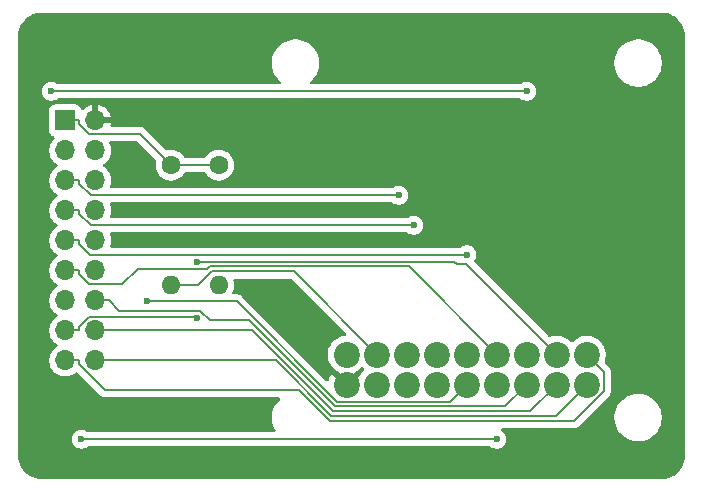
<source format=gbr>
%TF.GenerationSoftware,KiCad,Pcbnew,9.0.0*%
%TF.CreationDate,2025-03-24T14:10:48-05:00*%
%TF.ProjectId,DIIN-proyecto,4449494e-2d70-4726-9f79-6563746f2e6b,rev?*%
%TF.SameCoordinates,Original*%
%TF.FileFunction,Copper,L1,Top*%
%TF.FilePolarity,Positive*%
%FSLAX46Y46*%
G04 Gerber Fmt 4.6, Leading zero omitted, Abs format (unit mm)*
G04 Created by KiCad (PCBNEW 9.0.0) date 2025-03-24 14:10:48*
%MOMM*%
%LPD*%
G01*
G04 APERTURE LIST*
%TA.AperFunction,ComponentPad*%
%ADD10O,1.700000X1.700000*%
%TD*%
%TA.AperFunction,ComponentPad*%
%ADD11R,1.700000X1.700000*%
%TD*%
%TA.AperFunction,ComponentPad*%
%ADD12O,1.600000X1.600000*%
%TD*%
%TA.AperFunction,ComponentPad*%
%ADD13C,1.600000*%
%TD*%
%TA.AperFunction,ComponentPad*%
%ADD14C,2.200000*%
%TD*%
%TA.AperFunction,ViaPad*%
%ADD15C,0.600000*%
%TD*%
%TA.AperFunction,Conductor*%
%ADD16C,0.200000*%
%TD*%
G04 APERTURE END LIST*
D10*
%TO.P,J1,18,Pin_18*%
%TO.N,PWDN*%
X140040000Y-72950000D03*
%TO.P,J1,17,Pin_17*%
%TO.N,RESET*%
X137500000Y-72950000D03*
%TO.P,J1,16,Pin_16*%
%TO.N,D0*%
X140040000Y-70410000D03*
%TO.P,J1,15,Pin_15*%
%TO.N,D1*%
X137500000Y-70410000D03*
%TO.P,J1,14,Pin_14*%
%TO.N,D2*%
X140040000Y-67870000D03*
%TO.P,J1,13,Pin_13*%
%TO.N,D3*%
X137500000Y-67870000D03*
%TO.P,J1,12,Pin_12*%
%TO.N,D4*%
X140040000Y-65330000D03*
%TO.P,J1,11,Pin_11*%
%TO.N,D5*%
X137500000Y-65330000D03*
%TO.P,J1,10,Pin_10*%
%TO.N,D6*%
X140040000Y-62790000D03*
%TO.P,J1,9,Pin_9*%
%TO.N,D7*%
X137500000Y-62790000D03*
%TO.P,J1,8,Pin_8*%
%TO.N,XCLK*%
X140040000Y-60250000D03*
%TO.P,J1,7,Pin_7*%
%TO.N,PCLK*%
X137500000Y-60250000D03*
%TO.P,J1,6,Pin_6*%
%TO.N,HREF*%
X140040000Y-57710000D03*
%TO.P,J1,5,Pin_5*%
%TO.N,VSYNC*%
X137500000Y-57710000D03*
%TO.P,J1,4,Pin_4*%
%TO.N,SOID*%
X140040000Y-55170000D03*
%TO.P,J1,3,Pin_3*%
%TO.N,SOIC*%
X137500000Y-55170000D03*
%TO.P,J1,2,Pin_2*%
%TO.N,GND*%
X140040000Y-52630000D03*
D11*
%TO.P,J1,1,Pin_1*%
%TO.N,+3.3V*%
X137500000Y-52630000D03*
%TD*%
D12*
%TO.P,R1,2*%
%TO.N,SOID*%
X150500000Y-66580000D03*
D13*
%TO.P,R1,1*%
%TO.N,+3.3V*%
X150500000Y-56420000D03*
%TD*%
D12*
%TO.P,R2,2*%
%TO.N,SOIC*%
X146450000Y-66580000D03*
D13*
%TO.P,R2,1*%
%TO.N,+3.3V*%
X146450000Y-56420000D03*
%TD*%
D14*
%TO.P,U9,1,+3.3V*%
%TO.N,+3.3V*%
X161350000Y-72470000D03*
%TO.P,U9,2,GND*%
%TO.N,GND*%
X161350000Y-75010000D03*
%TO.P,U9,3,SOIC*%
%TO.N,SOIC*%
X163890000Y-72470000D03*
%TO.P,U9,4,SOID*%
%TO.N,SOID*%
X163890000Y-75010000D03*
%TO.P,U9,5,VSYNC*%
%TO.N,VSYNC*%
X166430000Y-72470000D03*
%TO.P,U9,6,HREF*%
%TO.N,HREF*%
X166430000Y-75010000D03*
%TO.P,U9,7,PCLK*%
%TO.N,PCLK*%
X168970000Y-72470000D03*
%TO.P,U9,8,XCLK*%
%TO.N,XCLK*%
X168970000Y-75010000D03*
%TO.P,U9,9,D7*%
%TO.N,D7*%
X171510000Y-72470000D03*
%TO.P,U9,10,D6*%
%TO.N,D6*%
X171510000Y-75010000D03*
%TO.P,U9,11,D5*%
%TO.N,D5*%
X174050000Y-72470000D03*
%TO.P,U9,12,D4*%
%TO.N,D4*%
X174050000Y-75010000D03*
%TO.P,U9,13,D3*%
%TO.N,D3*%
X176590000Y-72470000D03*
%TO.P,U9,14,D2*%
%TO.N,D2*%
X176590000Y-75010000D03*
%TO.P,U9,15,D1*%
%TO.N,D1*%
X179130000Y-72470000D03*
%TO.P,U9,16,D0*%
%TO.N,D0*%
X179130000Y-75010000D03*
%TO.P,U9,17,RESET*%
%TO.N,RESET*%
X181670000Y-72470000D03*
%TO.P,U9,18,PWDN*%
%TO.N,PWDN*%
X181670000Y-75010000D03*
%TD*%
D15*
%TO.N,VSYNC*%
X165746800Y-58980000D03*
%TO.N,D3*%
X176590000Y-50167200D03*
X136319800Y-50167200D03*
%TO.N,D6*%
X144412300Y-67934700D03*
%TO.N,PCLK*%
X167025000Y-61520000D03*
%TO.N,D7*%
X171510000Y-64005900D03*
%TO.N,D4*%
X174050000Y-79622200D03*
X138877100Y-79622200D03*
%TO.N,D1*%
X148691800Y-64607600D03*
X148691700Y-69360600D03*
%TD*%
D16*
%TO.N,RESET*%
X137500000Y-72950000D02*
X138651700Y-72950000D01*
X183090400Y-73890400D02*
X181670000Y-72470000D01*
X183090400Y-75573100D02*
X183090400Y-73890400D01*
X180571200Y-78092300D02*
X183090400Y-75573100D01*
X159895300Y-78092300D02*
X180571200Y-78092300D01*
X157290200Y-75487200D02*
X159895300Y-78092300D01*
X140901000Y-75487200D02*
X157290200Y-75487200D01*
X138651700Y-73237900D02*
X140901000Y-75487200D01*
X138651700Y-72950000D02*
X138651700Y-73237900D01*
%TO.N,VSYNC*%
X137500000Y-57710000D02*
X138651700Y-57710000D01*
X139653200Y-58980000D02*
X165746800Y-58980000D01*
X138651700Y-57978500D02*
X139653200Y-58980000D01*
X138651700Y-57710000D02*
X138651700Y-57978500D01*
%TO.N,D0*%
X176892900Y-77247100D02*
X179130000Y-75010000D01*
X160186100Y-77247100D02*
X176892900Y-77247100D01*
X153349000Y-70410000D02*
X160186100Y-77247100D01*
X140040000Y-70410000D02*
X153349000Y-70410000D01*
%TO.N,D3*%
X136319800Y-50167200D02*
X176590000Y-50167200D01*
%TO.N,D6*%
X152009700Y-67934700D02*
X144412300Y-67934700D01*
X160518700Y-76443700D02*
X152009700Y-67934700D01*
X170076300Y-76443700D02*
X160518700Y-76443700D01*
X171510000Y-75010000D02*
X170076300Y-76443700D01*
%TO.N,SOIC*%
X146450000Y-66580000D02*
X147551700Y-66580000D01*
X156838800Y-65418800D02*
X163890000Y-72470000D01*
X149908300Y-65418800D02*
X156838800Y-65418800D01*
X148747100Y-66580000D02*
X149908300Y-65418800D01*
X147551700Y-66580000D02*
X148747100Y-66580000D01*
%TO.N,PCLK*%
X137500000Y-60250000D02*
X138651700Y-60250000D01*
X139653200Y-61520000D02*
X167025000Y-61520000D01*
X138651700Y-60518500D02*
X139653200Y-61520000D01*
X138651700Y-60250000D02*
X138651700Y-60518500D01*
%TO.N,D7*%
X137500000Y-62790000D02*
X138651700Y-62790000D01*
X139599100Y-64005900D02*
X171510000Y-64005900D01*
X138651700Y-63058500D02*
X139599100Y-64005900D01*
X138651700Y-62790000D02*
X138651700Y-63058500D01*
%TO.N,D5*%
X138651700Y-65598500D02*
X138651700Y-65330000D01*
X139546300Y-66493100D02*
X138651700Y-65598500D01*
X142351800Y-66493100D02*
X139546300Y-66493100D01*
X143635600Y-65209300D02*
X142351800Y-66493100D01*
X149549800Y-65209300D02*
X143635600Y-65209300D01*
X149768900Y-64990200D02*
X149549800Y-65209300D01*
X166570200Y-64990200D02*
X149768900Y-64990200D01*
X174050000Y-72470000D02*
X166570200Y-64990200D01*
X137500000Y-65330000D02*
X138651700Y-65330000D01*
%TO.N,D4*%
X138877100Y-79622200D02*
X174050000Y-79622200D01*
%TO.N,D2*%
X140040000Y-67870000D02*
X141191700Y-67870000D01*
X142060000Y-68738300D02*
X141191700Y-67870000D01*
X148920300Y-68738300D02*
X142060000Y-68738300D01*
X149723700Y-69541700D02*
X148920300Y-68738300D01*
X153048700Y-69541700D02*
X149723700Y-69541700D01*
X160352400Y-76845400D02*
X153048700Y-69541700D01*
X174754600Y-76845400D02*
X160352400Y-76845400D01*
X176590000Y-75010000D02*
X174754600Y-76845400D01*
%TO.N,PWDN*%
X179031200Y-77648800D02*
X181670000Y-75010000D01*
X160019800Y-77648800D02*
X179031200Y-77648800D01*
X155321000Y-72950000D02*
X160019800Y-77648800D01*
X140040000Y-72950000D02*
X155321000Y-72950000D01*
%TO.N,D1*%
X137500000Y-70410000D02*
X138651700Y-70410000D01*
X138651700Y-70141500D02*
X138651700Y-70410000D01*
X139553000Y-69240200D02*
X138651700Y-70141500D01*
X148571300Y-69240200D02*
X139553000Y-69240200D01*
X148691700Y-69360600D02*
X148571300Y-69240200D01*
X148710900Y-64588500D02*
X148691800Y-64607600D01*
X170442700Y-64588500D02*
X148710900Y-64588500D01*
X170642900Y-64788700D02*
X170442700Y-64588500D01*
X171448700Y-64788700D02*
X170642900Y-64788700D01*
X179130000Y-72470000D02*
X171448700Y-64788700D01*
%TO.N,+3.3V*%
X150500000Y-56420000D02*
X146450000Y-56420000D01*
X138651700Y-52918000D02*
X138651700Y-52630000D01*
X139515400Y-53781700D02*
X138651700Y-52918000D01*
X143811700Y-53781700D02*
X139515400Y-53781700D01*
X146450000Y-56420000D02*
X143811700Y-53781700D01*
X137500000Y-52630000D02*
X138651700Y-52630000D01*
%TD*%
%TA.AperFunction,Conductor*%
%TO.N,GND*%
G36*
X156605742Y-66038985D02*
G01*
X156626384Y-66055619D01*
X161238616Y-70667852D01*
X161272101Y-70729175D01*
X161267117Y-70798867D01*
X161225245Y-70854800D01*
X161170333Y-70878006D01*
X160975214Y-70908909D01*
X160735616Y-70986760D01*
X160511151Y-71101132D01*
X160307350Y-71249201D01*
X160307345Y-71249205D01*
X160129205Y-71427345D01*
X160129201Y-71427350D01*
X159981132Y-71631151D01*
X159866760Y-71855616D01*
X159788910Y-72095214D01*
X159749500Y-72344038D01*
X159749500Y-72595961D01*
X159788910Y-72844785D01*
X159866760Y-73084383D01*
X159981132Y-73308848D01*
X160129201Y-73512649D01*
X160129205Y-73512654D01*
X160307345Y-73690794D01*
X160307350Y-73690798D01*
X160511153Y-73838869D01*
X160537018Y-73852048D01*
X160568405Y-73874852D01*
X161179765Y-74486212D01*
X161137708Y-74497482D01*
X161012292Y-74569890D01*
X160909890Y-74672292D01*
X160837482Y-74797708D01*
X160826212Y-74839765D01*
X160055748Y-74069300D01*
X160055747Y-74069301D01*
X159981559Y-74171413D01*
X159867220Y-74395814D01*
X159795562Y-74616353D01*
X159756124Y-74674028D01*
X159691766Y-74701226D01*
X159622919Y-74689311D01*
X159589950Y-74665715D01*
X152497290Y-67573055D01*
X152497288Y-67573052D01*
X152378417Y-67454181D01*
X152378416Y-67454180D01*
X152291604Y-67404060D01*
X152291604Y-67404059D01*
X152291600Y-67404058D01*
X152241485Y-67375123D01*
X152088757Y-67334199D01*
X151930643Y-67334199D01*
X151923047Y-67334199D01*
X151923031Y-67334200D01*
X151777651Y-67334200D01*
X151710612Y-67314515D01*
X151664857Y-67261711D01*
X151654913Y-67192553D01*
X151667166Y-67153905D01*
X151679772Y-67129162D01*
X151705220Y-67079219D01*
X151768477Y-66884534D01*
X151800500Y-66682352D01*
X151800500Y-66477648D01*
X151768477Y-66275466D01*
X151768476Y-66275462D01*
X151768476Y-66275461D01*
X151737985Y-66181618D01*
X151735990Y-66111776D01*
X151772071Y-66051944D01*
X151834772Y-66021116D01*
X151855916Y-66019300D01*
X156538703Y-66019300D01*
X156605742Y-66038985D01*
G37*
%TD.AperFunction*%
%TA.AperFunction,Conductor*%
G36*
X162636974Y-73520743D02*
G01*
X162663334Y-73522629D01*
X162672387Y-73528447D01*
X162679427Y-73529979D01*
X162707681Y-73551130D01*
X162808870Y-73652319D01*
X162842355Y-73713642D01*
X162837371Y-73783334D01*
X162808870Y-73827681D01*
X162669205Y-73967345D01*
X162669201Y-73967350D01*
X162521131Y-74171152D01*
X162507948Y-74197023D01*
X162485147Y-74228404D01*
X161873787Y-74839764D01*
X161862518Y-74797708D01*
X161790110Y-74672292D01*
X161687708Y-74569890D01*
X161562292Y-74497482D01*
X161520232Y-74486212D01*
X162131594Y-73874851D01*
X162162975Y-73852051D01*
X162188845Y-73838870D01*
X162392656Y-73690793D01*
X162532319Y-73551130D01*
X162540264Y-73546791D01*
X162545690Y-73539544D01*
X162570449Y-73530309D01*
X162593642Y-73517645D01*
X162602671Y-73518290D01*
X162611154Y-73515127D01*
X162636974Y-73520743D01*
G37*
%TD.AperFunction*%
%TA.AperFunction,Conductor*%
G36*
X188004043Y-43500765D02*
G01*
X188252895Y-43517075D01*
X188268953Y-43519190D01*
X188476105Y-43560395D01*
X188509535Y-43567045D01*
X188525202Y-43571243D01*
X188694947Y-43628863D01*
X188757481Y-43650091D01*
X188772458Y-43656294D01*
X188981799Y-43759529D01*
X188992460Y-43764787D01*
X189006508Y-43772897D01*
X189210464Y-43909177D01*
X189223328Y-43919048D01*
X189407749Y-44080781D01*
X189419218Y-44092250D01*
X189580951Y-44276671D01*
X189590825Y-44289539D01*
X189727102Y-44493492D01*
X189735212Y-44507539D01*
X189843702Y-44727534D01*
X189849909Y-44742520D01*
X189928756Y-44974797D01*
X189932954Y-44990464D01*
X189980807Y-45231035D01*
X189982925Y-45247116D01*
X189999235Y-45495956D01*
X189999500Y-45504066D01*
X189999500Y-80995933D01*
X189999235Y-81004043D01*
X189982925Y-81252883D01*
X189980807Y-81268964D01*
X189932954Y-81509535D01*
X189928756Y-81525202D01*
X189849909Y-81757479D01*
X189843702Y-81772465D01*
X189735212Y-81992460D01*
X189727102Y-82006507D01*
X189590825Y-82210460D01*
X189580951Y-82223328D01*
X189419218Y-82407749D01*
X189407749Y-82419218D01*
X189223328Y-82580951D01*
X189210460Y-82590825D01*
X189006507Y-82727102D01*
X188992460Y-82735212D01*
X188772465Y-82843702D01*
X188757479Y-82849909D01*
X188525202Y-82928756D01*
X188509535Y-82932954D01*
X188268964Y-82980807D01*
X188252883Y-82982925D01*
X188004043Y-82999235D01*
X187995933Y-82999500D01*
X135504067Y-82999500D01*
X135495957Y-82999235D01*
X135247116Y-82982925D01*
X135231035Y-82980807D01*
X134990464Y-82932954D01*
X134974797Y-82928756D01*
X134742520Y-82849909D01*
X134727534Y-82843702D01*
X134507539Y-82735212D01*
X134493492Y-82727102D01*
X134289539Y-82590825D01*
X134276671Y-82580951D01*
X134092250Y-82419218D01*
X134080781Y-82407749D01*
X133919048Y-82223328D01*
X133909174Y-82210460D01*
X133772897Y-82006507D01*
X133764787Y-81992460D01*
X133658855Y-81777652D01*
X133656294Y-81772458D01*
X133650090Y-81757479D01*
X133571243Y-81525202D01*
X133567045Y-81509535D01*
X133559186Y-81470026D01*
X133519190Y-81268953D01*
X133517075Y-81252895D01*
X133500765Y-81004043D01*
X133500500Y-80995933D01*
X133500500Y-51732135D01*
X136149500Y-51732135D01*
X136149500Y-53527870D01*
X136149501Y-53527876D01*
X136155908Y-53587483D01*
X136206202Y-53722328D01*
X136206206Y-53722335D01*
X136292452Y-53837544D01*
X136292455Y-53837547D01*
X136407664Y-53923793D01*
X136407671Y-53923797D01*
X136539082Y-53972810D01*
X136595016Y-54014681D01*
X136619433Y-54080145D01*
X136604582Y-54148418D01*
X136583431Y-54176673D01*
X136469889Y-54290215D01*
X136344951Y-54462179D01*
X136248444Y-54651585D01*
X136182753Y-54853760D01*
X136149500Y-55063713D01*
X136149500Y-55276287D01*
X136154478Y-55307715D01*
X136182753Y-55486239D01*
X136248444Y-55688414D01*
X136344951Y-55877820D01*
X136469890Y-56049786D01*
X136620213Y-56200109D01*
X136792182Y-56325050D01*
X136800946Y-56329516D01*
X136851742Y-56377491D01*
X136868536Y-56445312D01*
X136845998Y-56511447D01*
X136800946Y-56550484D01*
X136792182Y-56554949D01*
X136620213Y-56679890D01*
X136469890Y-56830213D01*
X136344951Y-57002179D01*
X136248444Y-57191585D01*
X136182753Y-57393760D01*
X136149500Y-57603713D01*
X136149500Y-57816286D01*
X136182753Y-58026239D01*
X136182753Y-58026241D01*
X136182754Y-58026243D01*
X136242546Y-58210264D01*
X136248444Y-58228414D01*
X136344951Y-58417820D01*
X136469890Y-58589786D01*
X136620213Y-58740109D01*
X136792182Y-58865050D01*
X136800946Y-58869516D01*
X136851742Y-58917491D01*
X136868536Y-58985312D01*
X136845998Y-59051447D01*
X136800946Y-59090484D01*
X136792182Y-59094949D01*
X136620213Y-59219890D01*
X136469890Y-59370213D01*
X136344951Y-59542179D01*
X136248444Y-59731585D01*
X136182753Y-59933760D01*
X136149500Y-60143713D01*
X136149500Y-60356286D01*
X136182753Y-60566239D01*
X136182753Y-60566241D01*
X136182754Y-60566243D01*
X136242546Y-60750264D01*
X136248444Y-60768414D01*
X136344951Y-60957820D01*
X136469890Y-61129786D01*
X136620213Y-61280109D01*
X136792182Y-61405050D01*
X136800946Y-61409516D01*
X136851742Y-61457491D01*
X136868536Y-61525312D01*
X136845998Y-61591447D01*
X136800946Y-61630484D01*
X136792182Y-61634949D01*
X136620213Y-61759890D01*
X136469890Y-61910213D01*
X136344951Y-62082179D01*
X136248444Y-62271585D01*
X136182753Y-62473760D01*
X136149500Y-62683713D01*
X136149500Y-62896286D01*
X136182753Y-63106239D01*
X136182753Y-63106241D01*
X136182754Y-63106243D01*
X136244575Y-63296509D01*
X136248444Y-63308414D01*
X136344951Y-63497820D01*
X136469890Y-63669786D01*
X136620213Y-63820109D01*
X136792182Y-63945050D01*
X136800946Y-63949516D01*
X136851742Y-63997491D01*
X136868536Y-64065312D01*
X136845998Y-64131447D01*
X136800946Y-64170484D01*
X136792182Y-64174949D01*
X136620213Y-64299890D01*
X136469890Y-64450213D01*
X136344951Y-64622179D01*
X136248444Y-64811585D01*
X136182753Y-65013760D01*
X136149500Y-65223713D01*
X136149500Y-65436286D01*
X136182753Y-65646239D01*
X136182753Y-65646241D01*
X136182754Y-65646243D01*
X136242293Y-65829485D01*
X136248444Y-65848414D01*
X136344951Y-66037820D01*
X136469890Y-66209786D01*
X136620213Y-66360109D01*
X136792182Y-66485050D01*
X136800946Y-66489516D01*
X136851742Y-66537491D01*
X136868536Y-66605312D01*
X136845998Y-66671447D01*
X136800946Y-66710484D01*
X136792182Y-66714949D01*
X136620213Y-66839890D01*
X136469890Y-66990213D01*
X136344951Y-67162179D01*
X136248444Y-67351585D01*
X136182753Y-67553760D01*
X136149500Y-67763713D01*
X136149500Y-67976286D01*
X136182753Y-68186239D01*
X136248444Y-68388414D01*
X136344951Y-68577820D01*
X136469890Y-68749786D01*
X136620213Y-68900109D01*
X136792182Y-69025050D01*
X136800946Y-69029516D01*
X136851742Y-69077491D01*
X136868536Y-69145312D01*
X136845998Y-69211447D01*
X136800946Y-69250484D01*
X136792182Y-69254949D01*
X136620213Y-69379890D01*
X136469890Y-69530213D01*
X136344951Y-69702179D01*
X136248444Y-69891585D01*
X136182753Y-70093760D01*
X136149500Y-70303713D01*
X136149500Y-70516286D01*
X136173505Y-70667852D01*
X136182754Y-70726243D01*
X136242106Y-70908910D01*
X136248444Y-70928414D01*
X136344951Y-71117820D01*
X136469890Y-71289786D01*
X136620213Y-71440109D01*
X136792182Y-71565050D01*
X136800946Y-71569516D01*
X136851742Y-71617491D01*
X136868536Y-71685312D01*
X136845998Y-71751447D01*
X136800946Y-71790484D01*
X136792182Y-71794949D01*
X136620213Y-71919890D01*
X136469890Y-72070213D01*
X136344951Y-72242179D01*
X136248444Y-72431585D01*
X136182753Y-72633760D01*
X136149500Y-72843713D01*
X136149500Y-73056287D01*
X136182754Y-73266243D01*
X136228017Y-73405549D01*
X136248444Y-73468414D01*
X136344951Y-73657820D01*
X136469890Y-73829786D01*
X136620213Y-73980109D01*
X136792179Y-74105048D01*
X136792181Y-74105049D01*
X136792184Y-74105051D01*
X136981588Y-74201557D01*
X137183757Y-74267246D01*
X137393713Y-74300500D01*
X137393714Y-74300500D01*
X137606286Y-74300500D01*
X137606287Y-74300500D01*
X137816243Y-74267246D01*
X138018412Y-74201557D01*
X138207816Y-74105051D01*
X138304136Y-74035071D01*
X138379787Y-73980108D01*
X138381546Y-73978606D01*
X138382353Y-73978244D01*
X138383734Y-73977241D01*
X138383944Y-73977530D01*
X138445303Y-73950027D01*
X138514390Y-73960456D01*
X138549769Y-73985204D01*
X140532284Y-75967720D01*
X140532286Y-75967721D01*
X140532290Y-75967724D01*
X140562089Y-75984928D01*
X140669216Y-76046777D01*
X140821943Y-76087701D01*
X140821945Y-76087701D01*
X140987654Y-76087701D01*
X140987670Y-76087700D01*
X155573804Y-76087700D01*
X155640843Y-76107385D01*
X155686598Y-76160189D01*
X155696542Y-76229347D01*
X155667517Y-76292903D01*
X155661485Y-76299381D01*
X155502718Y-76458148D01*
X155343075Y-76666196D01*
X155211958Y-76893299D01*
X155211953Y-76893309D01*
X155111605Y-77135571D01*
X155111602Y-77135581D01*
X155043730Y-77388885D01*
X155009500Y-77648872D01*
X155009500Y-77911127D01*
X155030436Y-78070140D01*
X155043730Y-78171116D01*
X155108831Y-78414076D01*
X155111602Y-78424418D01*
X155111605Y-78424428D01*
X155211953Y-78666690D01*
X155211958Y-78666700D01*
X155309530Y-78835700D01*
X155326003Y-78903601D01*
X155303150Y-78969627D01*
X155248229Y-79012818D01*
X155202143Y-79021700D01*
X139456866Y-79021700D01*
X139389827Y-79002015D01*
X139387975Y-79000802D01*
X139256285Y-78912809D01*
X139256272Y-78912802D01*
X139110601Y-78852464D01*
X139110589Y-78852461D01*
X138955945Y-78821700D01*
X138955942Y-78821700D01*
X138798258Y-78821700D01*
X138798255Y-78821700D01*
X138643610Y-78852461D01*
X138643598Y-78852464D01*
X138497927Y-78912802D01*
X138497914Y-78912809D01*
X138366811Y-79000410D01*
X138366807Y-79000413D01*
X138255313Y-79111907D01*
X138255310Y-79111911D01*
X138167709Y-79243014D01*
X138167702Y-79243027D01*
X138107364Y-79388698D01*
X138107361Y-79388710D01*
X138076600Y-79543353D01*
X138076600Y-79701046D01*
X138107361Y-79855689D01*
X138107364Y-79855701D01*
X138167702Y-80001372D01*
X138167709Y-80001385D01*
X138255310Y-80132488D01*
X138255313Y-80132492D01*
X138366807Y-80243986D01*
X138366811Y-80243989D01*
X138497914Y-80331590D01*
X138497927Y-80331597D01*
X138643598Y-80391935D01*
X138643603Y-80391937D01*
X138798253Y-80422699D01*
X138798256Y-80422700D01*
X138798258Y-80422700D01*
X138955944Y-80422700D01*
X138955945Y-80422699D01*
X139110597Y-80391937D01*
X139256279Y-80331594D01*
X139256285Y-80331590D01*
X139387975Y-80243598D01*
X139454653Y-80222720D01*
X139456866Y-80222700D01*
X173470234Y-80222700D01*
X173537273Y-80242385D01*
X173539125Y-80243598D01*
X173670814Y-80331590D01*
X173670827Y-80331597D01*
X173816498Y-80391935D01*
X173816503Y-80391937D01*
X173971153Y-80422699D01*
X173971156Y-80422700D01*
X173971158Y-80422700D01*
X174128844Y-80422700D01*
X174128845Y-80422699D01*
X174283497Y-80391937D01*
X174429179Y-80331594D01*
X174560289Y-80243989D01*
X174671789Y-80132489D01*
X174759394Y-80001379D01*
X174819737Y-79855697D01*
X174850500Y-79701042D01*
X174850500Y-79543358D01*
X174850500Y-79543355D01*
X174850499Y-79543353D01*
X174819738Y-79388710D01*
X174819737Y-79388703D01*
X174819735Y-79388698D01*
X174759397Y-79243027D01*
X174759390Y-79243014D01*
X174671789Y-79111911D01*
X174671786Y-79111907D01*
X174560292Y-79000413D01*
X174560288Y-79000410D01*
X174439800Y-78919902D01*
X174394995Y-78866290D01*
X174386288Y-78796965D01*
X174416443Y-78733937D01*
X174475886Y-78697218D01*
X174508691Y-78692800D01*
X180484531Y-78692800D01*
X180484547Y-78692801D01*
X180492143Y-78692801D01*
X180650254Y-78692801D01*
X180650257Y-78692801D01*
X180802985Y-78651877D01*
X180853104Y-78622939D01*
X180939916Y-78572820D01*
X181051720Y-78461016D01*
X181051720Y-78461014D01*
X181061928Y-78450807D01*
X181061930Y-78450804D01*
X181863862Y-77648872D01*
X184009500Y-77648872D01*
X184009500Y-77911127D01*
X184030436Y-78070140D01*
X184043730Y-78171116D01*
X184108831Y-78414076D01*
X184111602Y-78424418D01*
X184111605Y-78424428D01*
X184211953Y-78666690D01*
X184211958Y-78666700D01*
X184343075Y-78893803D01*
X184502718Y-79101851D01*
X184502726Y-79101860D01*
X184688140Y-79287274D01*
X184688148Y-79287281D01*
X184896196Y-79446924D01*
X185123299Y-79578041D01*
X185123309Y-79578046D01*
X185365571Y-79678394D01*
X185365581Y-79678398D01*
X185618884Y-79746270D01*
X185878880Y-79780500D01*
X185878887Y-79780500D01*
X186141113Y-79780500D01*
X186141120Y-79780500D01*
X186401116Y-79746270D01*
X186654419Y-79678398D01*
X186896697Y-79578043D01*
X187123803Y-79446924D01*
X187331851Y-79287282D01*
X187331855Y-79287277D01*
X187331860Y-79287274D01*
X187517274Y-79101860D01*
X187517277Y-79101855D01*
X187517282Y-79101851D01*
X187676924Y-78893803D01*
X187808043Y-78666697D01*
X187908398Y-78424419D01*
X187976270Y-78171116D01*
X188010500Y-77911120D01*
X188010500Y-77648880D01*
X187976270Y-77388884D01*
X187908398Y-77135581D01*
X187810204Y-76898520D01*
X187808046Y-76893309D01*
X187808041Y-76893299D01*
X187676924Y-76666196D01*
X187517281Y-76458148D01*
X187517274Y-76458140D01*
X187331860Y-76272726D01*
X187331851Y-76272718D01*
X187123803Y-76113075D01*
X186896700Y-75981958D01*
X186896690Y-75981953D01*
X186654428Y-75881605D01*
X186654421Y-75881603D01*
X186654419Y-75881602D01*
X186401116Y-75813730D01*
X186333941Y-75804886D01*
X186141127Y-75779500D01*
X186141120Y-75779500D01*
X185878880Y-75779500D01*
X185878872Y-75779500D01*
X185647772Y-75809926D01*
X185618884Y-75813730D01*
X185365581Y-75881602D01*
X185365571Y-75881605D01*
X185123309Y-75981953D01*
X185123299Y-75981958D01*
X184896196Y-76113075D01*
X184688148Y-76272718D01*
X184502718Y-76458148D01*
X184343075Y-76666196D01*
X184211958Y-76893299D01*
X184211953Y-76893309D01*
X184111605Y-77135571D01*
X184111602Y-77135581D01*
X184043730Y-77388885D01*
X184009500Y-77648872D01*
X181863862Y-77648872D01*
X183448906Y-76063828D01*
X183448911Y-76063824D01*
X183459114Y-76053620D01*
X183459116Y-76053620D01*
X183570920Y-75941816D01*
X183624596Y-75848845D01*
X183649977Y-75804885D01*
X183690901Y-75652157D01*
X183690901Y-75494042D01*
X183690901Y-75486447D01*
X183690900Y-75486429D01*
X183690900Y-73979459D01*
X183690901Y-73979446D01*
X183690901Y-73811345D01*
X183690901Y-73811343D01*
X183649977Y-73658615D01*
X183609081Y-73587782D01*
X183609081Y-73587780D01*
X183570924Y-73521690D01*
X183570921Y-73521686D01*
X183570920Y-73521684D01*
X183459116Y-73409880D01*
X183459115Y-73409879D01*
X183454785Y-73405549D01*
X183454774Y-73405539D01*
X183202158Y-73152923D01*
X183168673Y-73091600D01*
X183171907Y-73026928D01*
X183231090Y-72844785D01*
X183270500Y-72595962D01*
X183270500Y-72344038D01*
X183231090Y-72095215D01*
X183153241Y-71855621D01*
X183153239Y-71855618D01*
X183153239Y-71855616D01*
X183095609Y-71742512D01*
X183038870Y-71631155D01*
X182990841Y-71565048D01*
X182890798Y-71427350D01*
X182890794Y-71427345D01*
X182712654Y-71249205D01*
X182712649Y-71249201D01*
X182508848Y-71101132D01*
X182508847Y-71101131D01*
X182508845Y-71101130D01*
X182391740Y-71041462D01*
X182284383Y-70986760D01*
X182044785Y-70908910D01*
X181849666Y-70878006D01*
X181795962Y-70869500D01*
X181544038Y-70869500D01*
X181490334Y-70878006D01*
X181295214Y-70908910D01*
X181055616Y-70986760D01*
X180831151Y-71101132D01*
X180627350Y-71249201D01*
X180627345Y-71249205D01*
X180487681Y-71388870D01*
X180426358Y-71422355D01*
X180356666Y-71417371D01*
X180312319Y-71388870D01*
X180172654Y-71249205D01*
X180172649Y-71249201D01*
X179968848Y-71101132D01*
X179968847Y-71101131D01*
X179968845Y-71101130D01*
X179851740Y-71041462D01*
X179744383Y-70986760D01*
X179504785Y-70908910D01*
X179309666Y-70878006D01*
X179255962Y-70869500D01*
X179004038Y-70869500D01*
X178950334Y-70878006D01*
X178755213Y-70908910D01*
X178755210Y-70908910D01*
X178573075Y-70968090D01*
X178503234Y-70970085D01*
X178447076Y-70937840D01*
X172161143Y-64651908D01*
X172127658Y-64590585D01*
X172132642Y-64520893D01*
X172145718Y-64495342D01*
X172219394Y-64385079D01*
X172279737Y-64239397D01*
X172310500Y-64084742D01*
X172310500Y-63927058D01*
X172310500Y-63927055D01*
X172310499Y-63927053D01*
X172288341Y-63815657D01*
X172279737Y-63772403D01*
X172279735Y-63772398D01*
X172219397Y-63626727D01*
X172219390Y-63626714D01*
X172131789Y-63495611D01*
X172131786Y-63495607D01*
X172020292Y-63384113D01*
X172020288Y-63384110D01*
X171889185Y-63296509D01*
X171889172Y-63296502D01*
X171743501Y-63236164D01*
X171743489Y-63236161D01*
X171588845Y-63205400D01*
X171588842Y-63205400D01*
X171431158Y-63205400D01*
X171431155Y-63205400D01*
X171276510Y-63236161D01*
X171276498Y-63236164D01*
X171130827Y-63296502D01*
X171130814Y-63296509D01*
X170999125Y-63384502D01*
X170932447Y-63405380D01*
X170930234Y-63405400D01*
X141430715Y-63405400D01*
X141363676Y-63385715D01*
X141317921Y-63332911D01*
X141307977Y-63263753D01*
X141312784Y-63243082D01*
X141315033Y-63236161D01*
X141357246Y-63106243D01*
X141390500Y-62896287D01*
X141390500Y-62683713D01*
X141357246Y-62473757D01*
X141295206Y-62282818D01*
X141293211Y-62212977D01*
X141329291Y-62153144D01*
X141391992Y-62122316D01*
X141413137Y-62120500D01*
X166445234Y-62120500D01*
X166512273Y-62140185D01*
X166514125Y-62141398D01*
X166645814Y-62229390D01*
X166645827Y-62229397D01*
X166747687Y-62271588D01*
X166791503Y-62289737D01*
X166946153Y-62320499D01*
X166946156Y-62320500D01*
X166946158Y-62320500D01*
X167103844Y-62320500D01*
X167103845Y-62320499D01*
X167258497Y-62289737D01*
X167404179Y-62229394D01*
X167535289Y-62141789D01*
X167646789Y-62030289D01*
X167734394Y-61899179D01*
X167794737Y-61753497D01*
X167825500Y-61598842D01*
X167825500Y-61441158D01*
X167825500Y-61441155D01*
X167825499Y-61441153D01*
X167819206Y-61409516D01*
X167794737Y-61286503D01*
X167792088Y-61280107D01*
X167734397Y-61140827D01*
X167734390Y-61140814D01*
X167646789Y-61009711D01*
X167646786Y-61009707D01*
X167535292Y-60898213D01*
X167535288Y-60898210D01*
X167404185Y-60810609D01*
X167404172Y-60810602D01*
X167258501Y-60750264D01*
X167258489Y-60750261D01*
X167103845Y-60719500D01*
X167103842Y-60719500D01*
X166946158Y-60719500D01*
X166946155Y-60719500D01*
X166791510Y-60750261D01*
X166791498Y-60750264D01*
X166645827Y-60810602D01*
X166645814Y-60810609D01*
X166514125Y-60898602D01*
X166447447Y-60919480D01*
X166445234Y-60919500D01*
X141413137Y-60919500D01*
X141346098Y-60899815D01*
X141300343Y-60847011D01*
X141290399Y-60777853D01*
X141295206Y-60757182D01*
X141302733Y-60734015D01*
X141357246Y-60566243D01*
X141390500Y-60356287D01*
X141390500Y-60143713D01*
X141357246Y-59933757D01*
X141295206Y-59742818D01*
X141293211Y-59672977D01*
X141329291Y-59613144D01*
X141391992Y-59582316D01*
X141413137Y-59580500D01*
X165167034Y-59580500D01*
X165234073Y-59600185D01*
X165235925Y-59601398D01*
X165367614Y-59689390D01*
X165367627Y-59689397D01*
X165469487Y-59731588D01*
X165513303Y-59749737D01*
X165667953Y-59780499D01*
X165667956Y-59780500D01*
X165667958Y-59780500D01*
X165825644Y-59780500D01*
X165825645Y-59780499D01*
X165980297Y-59749737D01*
X166125979Y-59689394D01*
X166257089Y-59601789D01*
X166368589Y-59490289D01*
X166456194Y-59359179D01*
X166516537Y-59213497D01*
X166547300Y-59058842D01*
X166547300Y-58901158D01*
X166547300Y-58901155D01*
X166547299Y-58901153D01*
X166541006Y-58869516D01*
X166516537Y-58746503D01*
X166513888Y-58740107D01*
X166456197Y-58600827D01*
X166456190Y-58600814D01*
X166368589Y-58469711D01*
X166368586Y-58469707D01*
X166257092Y-58358213D01*
X166257088Y-58358210D01*
X166125985Y-58270609D01*
X166125972Y-58270602D01*
X165980301Y-58210264D01*
X165980289Y-58210261D01*
X165825645Y-58179500D01*
X165825642Y-58179500D01*
X165667958Y-58179500D01*
X165667955Y-58179500D01*
X165513310Y-58210261D01*
X165513298Y-58210264D01*
X165367627Y-58270602D01*
X165367614Y-58270609D01*
X165235925Y-58358602D01*
X165169247Y-58379480D01*
X165167034Y-58379500D01*
X141413137Y-58379500D01*
X141346098Y-58359815D01*
X141300343Y-58307011D01*
X141290399Y-58237853D01*
X141295206Y-58217182D01*
X141302733Y-58194015D01*
X141357246Y-58026243D01*
X141390500Y-57816287D01*
X141390500Y-57603713D01*
X141357246Y-57393757D01*
X141291557Y-57191588D01*
X141195051Y-57002184D01*
X141195049Y-57002181D01*
X141195048Y-57002179D01*
X141070109Y-56830213D01*
X140919786Y-56679890D01*
X140747820Y-56554951D01*
X140747115Y-56554591D01*
X140739054Y-56550485D01*
X140688259Y-56502512D01*
X140671463Y-56434692D01*
X140693999Y-56368556D01*
X140739054Y-56329515D01*
X140747816Y-56325051D01*
X140769789Y-56309086D01*
X140919786Y-56200109D01*
X140919788Y-56200106D01*
X140919792Y-56200104D01*
X141070104Y-56049792D01*
X141070106Y-56049788D01*
X141070109Y-56049786D01*
X141195048Y-55877820D01*
X141195047Y-55877820D01*
X141195051Y-55877816D01*
X141291557Y-55688412D01*
X141357246Y-55486243D01*
X141390500Y-55276287D01*
X141390500Y-55063713D01*
X141357246Y-54853757D01*
X141291557Y-54651588D01*
X141246162Y-54562495D01*
X141233266Y-54493826D01*
X141259542Y-54429085D01*
X141316649Y-54388828D01*
X141356647Y-54382200D01*
X143511603Y-54382200D01*
X143578642Y-54401885D01*
X143599284Y-54418519D01*
X145155921Y-55975157D01*
X145189406Y-56036480D01*
X145186173Y-56101149D01*
X145181523Y-56115460D01*
X145181523Y-56115462D01*
X145149500Y-56317648D01*
X145149500Y-56522351D01*
X145181522Y-56724534D01*
X145244781Y-56919223D01*
X145337715Y-57101613D01*
X145458028Y-57267213D01*
X145602786Y-57411971D01*
X145757749Y-57524556D01*
X145768390Y-57532287D01*
X145884607Y-57591503D01*
X145950776Y-57625218D01*
X145950778Y-57625218D01*
X145950781Y-57625220D01*
X146055137Y-57659127D01*
X146145465Y-57688477D01*
X146246557Y-57704488D01*
X146347648Y-57720500D01*
X146347649Y-57720500D01*
X146552351Y-57720500D01*
X146552352Y-57720500D01*
X146754534Y-57688477D01*
X146949219Y-57625220D01*
X147131610Y-57532287D01*
X147224590Y-57464732D01*
X147297213Y-57411971D01*
X147297215Y-57411968D01*
X147297219Y-57411966D01*
X147441966Y-57267219D01*
X147441968Y-57267215D01*
X147441971Y-57267213D01*
X147562284Y-57101614D01*
X147562285Y-57101613D01*
X147562287Y-57101610D01*
X147569117Y-57088204D01*
X147617091Y-57037409D01*
X147679602Y-57020500D01*
X149270398Y-57020500D01*
X149337437Y-57040185D01*
X149380883Y-57088205D01*
X149387715Y-57101614D01*
X149508028Y-57267213D01*
X149652786Y-57411971D01*
X149807749Y-57524556D01*
X149818390Y-57532287D01*
X149934607Y-57591503D01*
X150000776Y-57625218D01*
X150000778Y-57625218D01*
X150000781Y-57625220D01*
X150105137Y-57659127D01*
X150195465Y-57688477D01*
X150296557Y-57704488D01*
X150397648Y-57720500D01*
X150397649Y-57720500D01*
X150602351Y-57720500D01*
X150602352Y-57720500D01*
X150804534Y-57688477D01*
X150999219Y-57625220D01*
X151181610Y-57532287D01*
X151274590Y-57464732D01*
X151347213Y-57411971D01*
X151347215Y-57411968D01*
X151347219Y-57411966D01*
X151491966Y-57267219D01*
X151491968Y-57267215D01*
X151491971Y-57267213D01*
X151589509Y-57132961D01*
X151612287Y-57101610D01*
X151705220Y-56919219D01*
X151768477Y-56724534D01*
X151800500Y-56522352D01*
X151800500Y-56317648D01*
X151768477Y-56115466D01*
X151705220Y-55920781D01*
X151705218Y-55920778D01*
X151705218Y-55920776D01*
X151664166Y-55840209D01*
X151612287Y-55738390D01*
X151575978Y-55688414D01*
X151491971Y-55572786D01*
X151347213Y-55428028D01*
X151181613Y-55307715D01*
X151181612Y-55307714D01*
X151181610Y-55307713D01*
X151119931Y-55276286D01*
X150999223Y-55214781D01*
X150804534Y-55151522D01*
X150629995Y-55123878D01*
X150602352Y-55119500D01*
X150397648Y-55119500D01*
X150373329Y-55123351D01*
X150195465Y-55151522D01*
X150000776Y-55214781D01*
X149818386Y-55307715D01*
X149652786Y-55428028D01*
X149508028Y-55572786D01*
X149387715Y-55738385D01*
X149380883Y-55751795D01*
X149332909Y-55802591D01*
X149270398Y-55819500D01*
X147679602Y-55819500D01*
X147612563Y-55799815D01*
X147569117Y-55751795D01*
X147562284Y-55738385D01*
X147441971Y-55572786D01*
X147297213Y-55428028D01*
X147131613Y-55307715D01*
X147131612Y-55307714D01*
X147131610Y-55307713D01*
X147069931Y-55276286D01*
X146949223Y-55214781D01*
X146754534Y-55151522D01*
X146579995Y-55123878D01*
X146552352Y-55119500D01*
X146347648Y-55119500D01*
X146307211Y-55125904D01*
X146145462Y-55151523D01*
X146145460Y-55151523D01*
X146131149Y-55156173D01*
X146061308Y-55158164D01*
X146005157Y-55125921D01*
X144299290Y-53420055D01*
X144299288Y-53420052D01*
X144180417Y-53301181D01*
X144180412Y-53301177D01*
X144057994Y-53230500D01*
X144057994Y-53230499D01*
X144057991Y-53230498D01*
X144043485Y-53222123D01*
X143890757Y-53181199D01*
X143732643Y-53181199D01*
X143725047Y-53181199D01*
X143725031Y-53181200D01*
X141451050Y-53181200D01*
X141384011Y-53161515D01*
X141338256Y-53108711D01*
X141328312Y-53039553D01*
X141333119Y-53018883D01*
X141356756Y-52946133D01*
X141356757Y-52946126D01*
X141367231Y-52880000D01*
X140473012Y-52880000D01*
X140505925Y-52822993D01*
X140540000Y-52695826D01*
X140540000Y-52564174D01*
X140505925Y-52437007D01*
X140473012Y-52380000D01*
X141367231Y-52380000D01*
X141356757Y-52313873D01*
X141356757Y-52313870D01*
X141291095Y-52111782D01*
X141194620Y-51922442D01*
X141069727Y-51750540D01*
X141069723Y-51750535D01*
X140919464Y-51600276D01*
X140919459Y-51600272D01*
X140747557Y-51475379D01*
X140558215Y-51378903D01*
X140356124Y-51313241D01*
X140290000Y-51302768D01*
X140290000Y-52196988D01*
X140232993Y-52164075D01*
X140105826Y-52130000D01*
X139974174Y-52130000D01*
X139847007Y-52164075D01*
X139790000Y-52196988D01*
X139790000Y-51302768D01*
X139789999Y-51302768D01*
X139723875Y-51313241D01*
X139521784Y-51378903D01*
X139332442Y-51475379D01*
X139160541Y-51600271D01*
X139046865Y-51713947D01*
X138985542Y-51747431D01*
X138915850Y-51742447D01*
X138859917Y-51700575D01*
X138843002Y-51669598D01*
X138793797Y-51537671D01*
X138793793Y-51537664D01*
X138707547Y-51422455D01*
X138707544Y-51422452D01*
X138592335Y-51336206D01*
X138592328Y-51336202D01*
X138457482Y-51285908D01*
X138457483Y-51285908D01*
X138397883Y-51279501D01*
X138397881Y-51279500D01*
X138397873Y-51279500D01*
X138397864Y-51279500D01*
X136602129Y-51279500D01*
X136602123Y-51279501D01*
X136542516Y-51285908D01*
X136407671Y-51336202D01*
X136407664Y-51336206D01*
X136292455Y-51422452D01*
X136292452Y-51422455D01*
X136206206Y-51537664D01*
X136206202Y-51537671D01*
X136155908Y-51672517D01*
X136149501Y-51732116D01*
X136149500Y-51732135D01*
X133500500Y-51732135D01*
X133500500Y-50088353D01*
X135519300Y-50088353D01*
X135519300Y-50246046D01*
X135550061Y-50400689D01*
X135550064Y-50400701D01*
X135610402Y-50546372D01*
X135610409Y-50546385D01*
X135698010Y-50677488D01*
X135698013Y-50677492D01*
X135809507Y-50788986D01*
X135809511Y-50788989D01*
X135940614Y-50876590D01*
X135940627Y-50876597D01*
X136086298Y-50936935D01*
X136086303Y-50936937D01*
X136240953Y-50967699D01*
X136240956Y-50967700D01*
X136240958Y-50967700D01*
X136398644Y-50967700D01*
X136398645Y-50967699D01*
X136553297Y-50936937D01*
X136698979Y-50876594D01*
X136698985Y-50876590D01*
X136830675Y-50788598D01*
X136897353Y-50767720D01*
X136899566Y-50767700D01*
X176010234Y-50767700D01*
X176077273Y-50787385D01*
X176079125Y-50788598D01*
X176210814Y-50876590D01*
X176210827Y-50876597D01*
X176356498Y-50936935D01*
X176356503Y-50936937D01*
X176511153Y-50967699D01*
X176511156Y-50967700D01*
X176511158Y-50967700D01*
X176668844Y-50967700D01*
X176668845Y-50967699D01*
X176823497Y-50936937D01*
X176969179Y-50876594D01*
X177100289Y-50788989D01*
X177211789Y-50677489D01*
X177299394Y-50546379D01*
X177359737Y-50400697D01*
X177390500Y-50246042D01*
X177390500Y-50088358D01*
X177390500Y-50088355D01*
X177390499Y-50088353D01*
X177359738Y-49933710D01*
X177359737Y-49933703D01*
X177359735Y-49933698D01*
X177299397Y-49788027D01*
X177299390Y-49788014D01*
X177211789Y-49656911D01*
X177211786Y-49656907D01*
X177100292Y-49545413D01*
X177100288Y-49545410D01*
X176969185Y-49457809D01*
X176969172Y-49457802D01*
X176823501Y-49397464D01*
X176823489Y-49397461D01*
X176668845Y-49366700D01*
X176668842Y-49366700D01*
X176511158Y-49366700D01*
X176511155Y-49366700D01*
X176356510Y-49397461D01*
X176356498Y-49397464D01*
X176210827Y-49457802D01*
X176210814Y-49457809D01*
X176079125Y-49545802D01*
X176012447Y-49566680D01*
X176010234Y-49566700D01*
X158332999Y-49566700D01*
X158265960Y-49547015D01*
X158220205Y-49494211D01*
X158210261Y-49425053D01*
X158239286Y-49361497D01*
X158257512Y-49344325D01*
X158273150Y-49332324D01*
X158331851Y-49287282D01*
X158331855Y-49287277D01*
X158331860Y-49287274D01*
X158517274Y-49101860D01*
X158517277Y-49101855D01*
X158517282Y-49101851D01*
X158676924Y-48893803D01*
X158808043Y-48666697D01*
X158908398Y-48424419D01*
X158976270Y-48171116D01*
X159010500Y-47911120D01*
X159010500Y-47648880D01*
X159010499Y-47648872D01*
X184009500Y-47648872D01*
X184009500Y-47911127D01*
X184030436Y-48070140D01*
X184043730Y-48171116D01*
X184065178Y-48251161D01*
X184111602Y-48424418D01*
X184111605Y-48424428D01*
X184211953Y-48666690D01*
X184211958Y-48666700D01*
X184343075Y-48893803D01*
X184502718Y-49101851D01*
X184502726Y-49101860D01*
X184688140Y-49287274D01*
X184688148Y-49287281D01*
X184896196Y-49446924D01*
X185123299Y-49578041D01*
X185123309Y-49578046D01*
X185365571Y-49678394D01*
X185365581Y-49678398D01*
X185618884Y-49746270D01*
X185878880Y-49780500D01*
X185878887Y-49780500D01*
X186141113Y-49780500D01*
X186141120Y-49780500D01*
X186401116Y-49746270D01*
X186654419Y-49678398D01*
X186896697Y-49578043D01*
X187123803Y-49446924D01*
X187331851Y-49287282D01*
X187331855Y-49287277D01*
X187331860Y-49287274D01*
X187517274Y-49101860D01*
X187517277Y-49101855D01*
X187517282Y-49101851D01*
X187676924Y-48893803D01*
X187808043Y-48666697D01*
X187908398Y-48424419D01*
X187976270Y-48171116D01*
X188010500Y-47911120D01*
X188010500Y-47648880D01*
X187976270Y-47388884D01*
X187908398Y-47135581D01*
X187810204Y-46898520D01*
X187808046Y-46893309D01*
X187808041Y-46893299D01*
X187676924Y-46666196D01*
X187517281Y-46458148D01*
X187517274Y-46458140D01*
X187331860Y-46272726D01*
X187331851Y-46272718D01*
X187123803Y-46113075D01*
X186896700Y-45981958D01*
X186896690Y-45981953D01*
X186654428Y-45881605D01*
X186654421Y-45881603D01*
X186654419Y-45881602D01*
X186401116Y-45813730D01*
X186343339Y-45806123D01*
X186141127Y-45779500D01*
X186141120Y-45779500D01*
X185878880Y-45779500D01*
X185878872Y-45779500D01*
X185647772Y-45809926D01*
X185618884Y-45813730D01*
X185365581Y-45881602D01*
X185365571Y-45881605D01*
X185123309Y-45981953D01*
X185123299Y-45981958D01*
X184896196Y-46113075D01*
X184688148Y-46272718D01*
X184502718Y-46458148D01*
X184343075Y-46666196D01*
X184211958Y-46893299D01*
X184211953Y-46893309D01*
X184111605Y-47135571D01*
X184111602Y-47135581D01*
X184043730Y-47388885D01*
X184009500Y-47648872D01*
X159010499Y-47648872D01*
X158976270Y-47388884D01*
X158908398Y-47135581D01*
X158810204Y-46898520D01*
X158808046Y-46893309D01*
X158808041Y-46893299D01*
X158676924Y-46666196D01*
X158517281Y-46458148D01*
X158517274Y-46458140D01*
X158331860Y-46272726D01*
X158331851Y-46272718D01*
X158123803Y-46113075D01*
X157896700Y-45981958D01*
X157896690Y-45981953D01*
X157654428Y-45881605D01*
X157654421Y-45881603D01*
X157654419Y-45881602D01*
X157401116Y-45813730D01*
X157343339Y-45806123D01*
X157141127Y-45779500D01*
X157141120Y-45779500D01*
X156878880Y-45779500D01*
X156878872Y-45779500D01*
X156647772Y-45809926D01*
X156618884Y-45813730D01*
X156365581Y-45881602D01*
X156365571Y-45881605D01*
X156123309Y-45981953D01*
X156123299Y-45981958D01*
X155896196Y-46113075D01*
X155688148Y-46272718D01*
X155502718Y-46458148D01*
X155343075Y-46666196D01*
X155211958Y-46893299D01*
X155211953Y-46893309D01*
X155111605Y-47135571D01*
X155111602Y-47135581D01*
X155043730Y-47388885D01*
X155009500Y-47648872D01*
X155009500Y-47911127D01*
X155030436Y-48070140D01*
X155043730Y-48171116D01*
X155065178Y-48251161D01*
X155111602Y-48424418D01*
X155111605Y-48424428D01*
X155211953Y-48666690D01*
X155211958Y-48666700D01*
X155343075Y-48893803D01*
X155502718Y-49101851D01*
X155502726Y-49101860D01*
X155688140Y-49287274D01*
X155688148Y-49287281D01*
X155762488Y-49344325D01*
X155803690Y-49400753D01*
X155807845Y-49470499D01*
X155773632Y-49531419D01*
X155711915Y-49564171D01*
X155687001Y-49566700D01*
X136899566Y-49566700D01*
X136832527Y-49547015D01*
X136830675Y-49545802D01*
X136698985Y-49457809D01*
X136698972Y-49457802D01*
X136553301Y-49397464D01*
X136553289Y-49397461D01*
X136398645Y-49366700D01*
X136398642Y-49366700D01*
X136240958Y-49366700D01*
X136240955Y-49366700D01*
X136086310Y-49397461D01*
X136086298Y-49397464D01*
X135940627Y-49457802D01*
X135940614Y-49457809D01*
X135809511Y-49545410D01*
X135809507Y-49545413D01*
X135698013Y-49656907D01*
X135698010Y-49656911D01*
X135610409Y-49788014D01*
X135610402Y-49788027D01*
X135550064Y-49933698D01*
X135550061Y-49933710D01*
X135519300Y-50088353D01*
X133500500Y-50088353D01*
X133500500Y-45504066D01*
X133500765Y-45495956D01*
X133504819Y-45434108D01*
X133517075Y-45247102D01*
X133519190Y-45231048D01*
X133567045Y-44990462D01*
X133571243Y-44974797D01*
X133594337Y-44906762D01*
X133650093Y-44742512D01*
X133656291Y-44727547D01*
X133764790Y-44507533D01*
X133772893Y-44493498D01*
X133909182Y-44289527D01*
X133919039Y-44276681D01*
X134080786Y-44092244D01*
X134092244Y-44080786D01*
X134276681Y-43919039D01*
X134289527Y-43909182D01*
X134493498Y-43772893D01*
X134507533Y-43764790D01*
X134727547Y-43656291D01*
X134742512Y-43650093D01*
X134906762Y-43594337D01*
X134974797Y-43571243D01*
X134990464Y-43567045D01*
X135231048Y-43519190D01*
X135247102Y-43517075D01*
X135495957Y-43500765D01*
X135504067Y-43500500D01*
X135565892Y-43500500D01*
X187934108Y-43500500D01*
X187995933Y-43500500D01*
X188004043Y-43500765D01*
G37*
%TD.AperFunction*%
%TD*%
M02*

</source>
